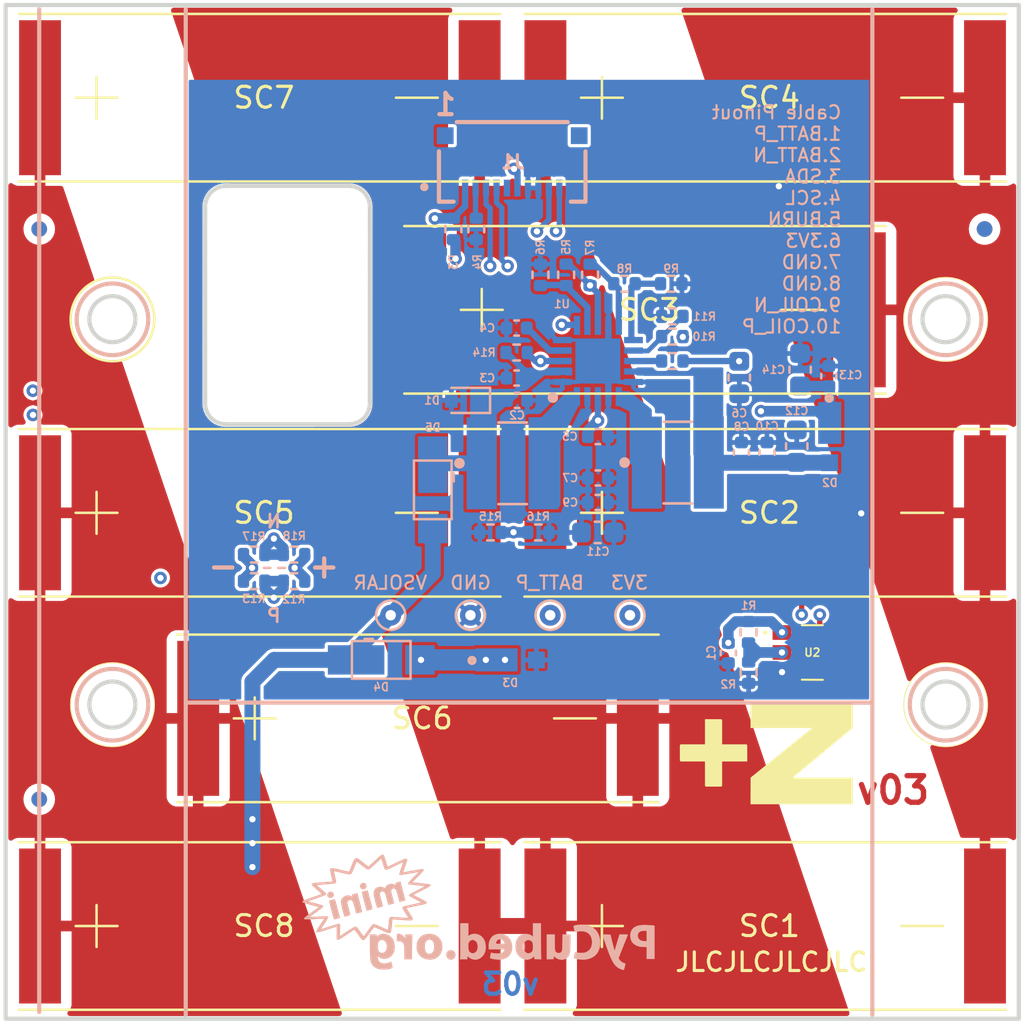
<source format=kicad_pcb>
(kicad_pcb (version 20211014) (generator pcbnew)
  (layers (0 "F.Cu" signal "Top") (1 "In1.Cu" signal) (2 "In2.Cu" signal) (3 "In3.Cu" signal) (4 "In4.Cu" signal) (31 "B.Cu" signal "Bottom") (34 "B.Paste" user) (35 "F.Paste" user) (36 "B.SilkS" user "B.Silkscreen") (37 "F.SilkS" user "F.Silkscreen") (38 "B.Mask" user) (39 "F.Mask" user) (44 "Edge.Cuts" user))
  (net 0 "")
  (net 1 "VSOLAR_FULL")
  (net 2 "+3V3")
  (net 3 "GND")
  (net 4 "SDA1")
  (net 5 "SCL1")
  (net 6 "BURN1")
  (net 7 "BATT_P")
  (net 8 "BATT_N")
  (net 9 "COIL_N")
  (net 10 "/VBAT")
  (net 11 "VOUT_EN")
  (net 12 "VSOLAR")
  (net 13 "VBAT_OK")
  (net 14 "COIL_P")
  (net 15 "Net-(C4-Pad1)")
  (net 16 "Net-(C10-Pad1)")
  (net 17 "Net-(C11-Pad1)")
  (net 18 "Net-(R10-Pad2)")
  (net 19 "Net-(R5-Pad1)")
  (net 20 "Net-(R7-Pad1)")
  (net 21 "Net-(R8-Pad1)")
  (net 22 "Net-(R10-Pad1)")
  (net 23 "Net-(R14-Pad1)")
  (net 24 "/coil")
  (net 25 "Net-(D3-Pad1)")
  (net 26 "Net-(R1-Pad1)")
  (net 28 "Net-(L1-Pad2)")
  (net 29 "Net-(L2-Pad1)")
  (footprint "solarpanels:KXOB25-05X3F" (layer "F.Cu") (at 154.0764 116.541299)
    (fp_text reference "SC1")
    (fp_text value "SolarCell")
  )
  (footprint "solarpanels:KXOB25-05X3F" (layer "F.Cu") (at 154.0764 96.8121)
    (fp_text reference "SC2")
    (fp_text value "SolarCell")
  )
  (footprint "solarpanels:KXOB25-05X3F" (layer "F.Cu") (at 148.336 87.1205)
    (fp_text reference "SC3")
    (fp_text value "SolarCell")
  )
  (footprint "solarpanels:KXOB25-05X3F" (layer "F.Cu") (at 154.0764 76.991283)
    (fp_text reference "SC4")
    (fp_text value "SolarCell")
  )
  (footprint "solarpanels:KXOB25-05X3F" (layer "F.Cu") (at 129.934401 96.8121)
    (fp_text reference "SC5")
    (fp_text value "SolarCell")
  )
  (footprint "solarpanels:KXOB25-05X3F" (layer "F.Cu") (at 137.4902 106.6275)
    (fp_text reference "SC6")
    (fp_text value "SolarCell")
  )
  (footprint "solarpanels:KXOB25-05X3F" (layer "F.Cu") (at 129.934394 76.991296)
    (fp_text reference "SC7")
    (fp_text value "SolarCell")
  )
  (footprint "solarpanels:KXOB25-05X3F" (layer "F.Cu") (at 129.934401 116.541299)
    (fp_text reference "SC8")
    (fp_text value "SolarCell")
  )
  (footprint "Fiducial:Fiducial_0.75mm_Mask1.5mm" (layer "F.Cu") (at 129.8956 83.2612)
    (fp_text reference "REF**" hide)
    (fp_text value "Fiducial_0.75mm_Mask1.5mm")
  )
  (footprint "Fiducial:Fiducial_0.75mm_Mask1.5mm" (layer "F.Cu") (at 129.8956 110.49)
    (fp_text reference "REF**" hide)
    (fp_text value "Fiducial_0.75mm_Mask1.5mm")
  )
  (footprint "Fiducial:Fiducial_0.75mm_Mask1.5mm" (layer "F.Cu") (at 175.0568 83.2612)
    (fp_text reference "REF**" hide)
    (fp_text value "Fiducial_0.75mm_Mask1.5mm")
  )
  (footprint "custom-footprints:ypanel" (layer "F.Cu") (at 165.6588 108.0262)
    (fp_text reference "Ref**" hide)
    (fp_text value "Val**" hide)
  )
  (footprint "solarpanels:TSL2561" (layer "F.Cu") (at 166.8272 103.4796)
    (fp_text reference "U2")
    (fp_text value "TSL2561" hide)
  )
  (footprint "Resistor_SMD:R_0402_1005Metric" (layer "B.Cu") (at 156.21 85.450102 -90)
    (fp_text reference "R7")
    (fp_text value "374K")
  )
  (footprint "Capacitor_SMD:C_0402_1005Metric" (layer "B.Cu") (at 163.441 93.933702 90)
    (fp_text reference "C8")
    (fp_text value "4.7uF")
  )
  (footprint "Resistor_SMD:R_0402_1005Metric" (layer "B.Cu") (at 153.7382 97.748702 180)
    (fp_text reference "R16")
    (fp_text value "0")
  )
  (footprint "Resistor_SMD:R_0402_1005Metric" (layer "B.Cu") (at 152.7017 89.158502 180)
    (fp_text reference "R14")
    (fp_text value "0")
  )
  (footprint "Resistor_SMD:R_0402_1005Metric" (layer "B.Cu") (at 157.853 85.874202 180)
    (fp_text reference "R8")
    (fp_text value "8.25M")
  )
  (footprint "Resistor_SMD:R_0402_1005Metric" (layer "B.Cu") (at 160.139 88.396502)
    (fp_text reference "R10")
    (fp_text value "8.25M")
  )
  (footprint "Capacitor_SMD:C_0402_1005Metric" (layer "B.Cu") (at 167.6146 90.2843 90)
    (fp_text reference "C13")
    (fp_text value "0.1uF")
  )
  (footprint "Resistor_SMD:R_0402_1005Metric" (layer "B.Cu") (at 153.8398 85.450102 -90)
    (fp_text reference "R6")
    (fp_text value "5.62M")
  )
  (footprint "Resistor_SMD:R_0402_1005Metric" (layer "B.Cu") (at 155.067 85.450102 90)
    (fp_text reference "R5")
    (fp_text value "7.32M")
  )
  (footprint "Resistor_SMD:R_0402_1005Metric" (layer "B.Cu") (at 160.0882 85.874202 180)
    (fp_text reference "R9")
    (fp_text value "4.53M")
  )
  (footprint "Resistor_SMD:R_0402_1005Metric" (layer "B.Cu") (at 160.139 87.431302)
    (fp_text reference "R11")
    (fp_text value "4.75M")
  )
  (footprint "Capacitor_SMD:C_0603_1608Metric" (layer "B.Cu") (at 166.0826 93.628902 90)
    (fp_text reference "C12")
    (fp_text value "100uF")
  )
  (footprint "Diode_SMD:D_SOD-523" (layer "B.Cu") (at 150.2838 91.444502 180)
    (fp_text reference "D1")
    (fp_text value "SDM20U40-7")
  )
  (footprint "Capacitor_SMD:C_0603_1608Metric" (layer "B.Cu") (at 166.243 89.9795 90)
    (fp_text reference "C14")
    (fp_text value "100uF")
  )
  (footprint "Capacitor_SMD:C_0402_1005Metric" (layer "B.Cu") (at 156.583 96.3168)
    (fp_text reference "C9")
    (fp_text value "0.1uF")
  )
  (footprint "Capacitor_SMD:C_0603_1608Metric" (layer "B.Cu") (at 163.3394 90.352402 -90)
    (fp_text reference "C6")
    (fp_text value "100uF")
  )
  (footprint "Capacitor_SMD:C_0402_1005Metric" (layer "B.Cu") (at 164.6602 93.933702 90)
    (fp_text reference "C10")
    (fp_text value "0.1uF")
  )
  (footprint "Capacitor_SMD:C_0402_1005Metric" (layer "B.Cu") (at 152.7017 87.990102 180)
    (fp_text reference "C4")
    (fp_text value "10nF")
  )
  (footprint "Capacitor_SMD:C_0603_1608Metric" (layer "B.Cu") (at 156.5752 97.748702)
    (fp_text reference "C11")
    (fp_text value "100uF")
  )
  (footprint "Capacitor_SMD:C_0402_1005Metric" (layer "B.Cu") (at 162.814 103.505 90)
    (fp_text reference "C1")
    (fp_text value "1.0uF")
  )
  (footprint "Capacitor_SMD:C_0402_1005Metric" (layer "B.Cu") (at 152.7222 91.444502)
    (fp_text reference "C2")
    (fp_text value "0.1uF")
  )
  (footprint "Capacitor_SMD:C_0402_1005Metric" (layer "B.Cu") (at 156.583 95.1484)
    (fp_text reference "C7")
    (fp_text value "22uF")
  )
  (footprint "solarpanels:LPS4018" (layer "B.Cu") (at 152.5112 94.446702)
    (fp_text reference "L1" hide)
    (fp_text value "22uH-LPS4018-223MR" hide)
  )
  (footprint "Resistor_SMD:R_0402_1005Metric" (layer "B.Cu") (at 151.4522 97.748702)
    (fp_text reference "R15")
    (fp_text value "0")
  )
  (footprint "Capacitor_SMD:C_0402_1005Metric" (layer "B.Cu") (at 152.7017 90.377702 180)
    (fp_text reference "C3")
    (fp_text value "4.7uF")
  )
  (footprint "solarpanels:LPS4018" (layer "B.Cu") (at 160.40044 94.413682)
    (fp_text reference "L2" hide)
    (fp_text value "10uH-LPS4018-103MR" hide)
  )
  (footprint "Capacitor_SMD:C_0402_1005Metric" (layer "B.Cu") (at 156.583 93.171702)
    (fp_text reference "C5")
    (fp_text value "0.1uF")
  )
  (footprint "Resistor_SMD:R_0402_1005Metric" (layer "B.Cu") (at 140.16355 100.076)
    (fp_text reference "R13")
    (fp_text value "0")
  )
  (footprint "Resistor_SMD:R_0402_1005Metric" (layer "B.Cu") (at 142.06855 100.076)
    (fp_text reference "R12")
    (fp_text value "0")
  )
  (footprint "Resistor_SMD:R_0402_1005Metric" (layer "B.Cu") (at 163.78489 104.4448 90)
    (fp_text reference "R2")
    (fp_text value "0")
  )
  (footprint "Resistor_SMD:R_0402_1005Metric" (layer "B.Cu") (at 150.7744 83.2612 -90)
    (fp_text reference "R4")
    (fp_text value "0")
  )
  (footprint "Resistor_SMD:R_0402_1005Metric" (layer "B.Cu") (at 160.139 89.564902)
    (fp_text reference "R19" hide)
    (fp_text value "0")
  )
  (footprint "solarpanels:MICROSMP" (layer "B.Cu") (at 167.6574 93.171702 -90)
    (fp_text reference "D2")
    (fp_text value "MSS1P4-M3_89A" hide)
  )
  (footprint "Resistor_SMD:R_0402_1005Metric" (layer "B.Cu") (at 149.6822 83.2612 -90)
    (fp_text reference "R3")
    (fp_text value "0")
  )
  (footprint "Fiducial:Fiducial_0.75mm_Mask1.5mm" (layer "B.Cu") (at 175.0568 83.2612)
    (fp_text reference "REF**" hide)
    (fp_text value "Fiducial_0.75mm_Mask1.5mm")
  )
  (footprint "Fiducial:Fiducial_0.75mm_Mask1.5mm" (layer "B.Cu") (at 129.8956 83.2612)
    (fp_text reference "REF**" hide)
    (fp_text value "Fiducial_0.75mm_Mask1.5mm")
  )
  (footprint "Fiducial:Fiducial_0.75mm_Mask1.5mm" (layer "B.Cu") (at 129.8956 110.49)
    (fp_text reference "REF**" hide)
    (fp_text value "Fiducial_0.75mm_Mask1.5mm")
  )
  (footprint "solarpanels:SB Diode" (layer "B.Cu") (at 146.234 103.8352)
    (fp_text reference "D4")
    (fp_text value "SBDiode")
  )
  (footprint "solarpanels:SB Diode" (layer "B.Cu") (at 148.6955 95.716702 -90)
    (fp_text reference "D5")
    (fp_text value "SBDiode")
  )
  (footprint "TestPoint:TestPoint_THTPad_D1.0mm_Drill0.5mm" (layer "B.Cu") (at 150.495 101.7016)
    (fp_text reference "TP2" hide)
    (fp_text value "TP")
  )
  (footprint "TestPoint:TestPoint_THTPad_D1.0mm_Drill0.5mm" (layer "B.Cu") (at 158.115 101.7016)
    (fp_text reference "TP3" hide)
    (fp_text value "TP")
  )
  (footprint "solarpanels:GCT_FFC2B28-10-G" (layer "B.Cu") (at 152.491 80.0554)
    (fp_text reference "J1")
    (fp_text value "FFC2B28-10-G")
  )
  (footprint "Resistor_SMD:R_0402_1005Metric" (layer "B.Cu") (at 163.7792 102.5144 90)
    (fp_text reference "R1")
    (fp_text value "0")
  )
  (footprint "TestPoint:TestPoint_THTPad_D1.0mm_Drill0.5mm" (layer "B.Cu") (at 146.685 101.7016)
    (fp_text reference "TP1" hide)
    (fp_text value "TP")
  )
  (footprint "custom-footprints:pycubed_mini_logo" (layer "B.Cu") (at 144.084009 115.370848 180)
    (fp_text reference "Ref**" hide)
    (fp_text value "Val**" hide)
  )
  (footprint "Resistor_SMD:R_0402_1005Metric" (layer "B.Cu") (at 140.16355 98.806 180)
    (fp_text reference "R17")
    (fp_text value "0")
  )
  (footprint "TestPoint:TestPoint_THTPad_D1.0mm_Drill0.5mm" (layer "B.Cu") (at 154.305 101.7016)
    (fp_text reference "TP4" hide)
    (fp_text value "TP")
  )
  (footprint "Resistor_SMD:R_0402_1005Metric" (layer "B.Cu") (at 142.06855 98.806 180)
    (fp_text reference "R18")
    (fp_text value "0")
  )
  (footprint "solarpanels:MICROSMP" (layer "B.Cu") (at 152.4 103.8352)
    (fp_text reference "D3")
    (fp_text value "MSS1P4-M3_89A" hide)
  )
  (footprint "solarpanels:QFN50P350X350X100-21N-D" (layer "B.Cu") (at 156.583 89.564902)
    (fp_text reference "U1")
    (fp_text value "Value" hide)
  )
  (gr_line (start 140.62075 99.441) (end 140.93825 99.441) (layer "B.SilkS") (width 0.12))
  (gr_line (start 141.63675 99.441) (end 141.31925 99.441) (layer "B.SilkS") (width 0.12))
  (gr_line (start 169.694397 72.771) (end 169.694397 120.777) (layer "B.SilkS") (width 0.2))
  (gr_line (start 129.8944 120.65) (end 129.8944 72.771) (layer "B.SilkS") (width 0.2))
  (gr_line (start 169.672 105.8735) (end 137.0064 105.8735) (layer "B.SilkS") (width 0.2))
  (gr_circle (center 133.394393 105.973499) (end 135.104393 105.973499) (layer "B.SilkS") (width 0.2) (fill none))
  (gr_circle (center 173.19439 105.973499) (end 174.90439 105.973499) (layer "B.SilkS") (width 0.2) (fill none))
  (gr_line (start 136.894411 120.777) (end 136.894411 72.771) (layer "B.SilkS") (width 0.2))
  (gr_circle (center 133.394393 87.573485) (end 135.104393 87.573485) (layer "B.SilkS") (width 0.2) (fill none))
  (gr_circle (center 173.19439 87.573485) (end 174.90439 87.573485) (layer "B.SilkS") (width 0.2) (fill none))
  (gr_circle (center 173.196 87.5755) (end 175.196 87.5755) (layer "F.SilkS") (width 0.05) (fill none))
  (gr_circle (center 173.196 105.9755) (end 175.196 105.9755) (layer "F.SilkS") (width 0.05) (fill none))
  (gr_circle (center 133.396 105.9755) (end 135.396 105.9755) (layer "F.SilkS") (width 0.05) (fill none))
  (gr_circle (center 133.396 87.5755) (end 135.396 87.5755) (layer "F.SilkS") (width 0.12) (fill none))
  (gr_circle (center 133.391 87.5665) (end 132.291 87.5665) (layer "Edge.Cuts") (width 0.2) (fill none))
  (gr_line (start 144.6927 81.2038) (end 138.8221 81.2038) (layer "Edge.Cuts") (width 0.2))
  (gr_line (start 176.691 72.5665) (end 176.691 120.9665) (layer "Edge.Cuts") (width 0.2))
  (gr_line (start 176.691 120.9665) (end 128.291 120.9665) (layer "Edge.Cuts") (width 0.2))
  (gr_circle (center 133.391 105.9665) (end 132.291 105.9665) (layer "Edge.Cuts") (width 0.2) (fill none))
  (gr_line (start 128.291 120.9665) (end 128.291 72.5665) (layer "Edge.Cuts") (width 0.2))
  (gr_line (start 128.291 72.5665) (end 176.691 72.5665) (layer "Edge.Cuts") (width 0.2))
  (gr_line (start 138.8204 92.583) (end 144.691 92.583) (layer "Edge.Cuts") (width 0.2))
  (gr_circle (center 173.191003 105.966489) (end 174.291003 105.966489) (layer "Edge.Cuts") (width 0.2) (fill none))
  (gr_circle (center 173.191 87.5665) (end 172.091 87.5665) (layer "Edge.Cuts") (width 0.2) (fill none))
  (gr_line (start 145.691 91.583) (end 145.6927 82.2038) (layer "Edge.Cuts") (width 0.2))
  (gr_line (start 137.8221 82.2038) (end 137.8204 91.583) (layer "Edge.Cuts") (width 0.2))
  (gr_arc (start 144.6927 81.2038) (mid 145.399807 81.496693) (end 145.6927 82.2038) (layer "Edge.Cuts") (width 0.2))
  (gr_arc (start 138.8204 92.583) (mid 138.113293 92.290107) (end 137.8204 91.583) (layer "Edge.Cuts") (width 0.2))
  (gr_arc (start 145.691 91.583) (mid 145.398107 92.290107) (end 144.691 92.583) (layer "Edge.Cuts") (width 0.2))
  (gr_arc (start 137.8221 82.2038) (mid 138.114993 81.496693) (end 138.8221 81.2038) (layer "Edge.Cuts") (width 0.2))
  (gr_text "v03\n" (at 170.688 110.0582) (layer "F.Cu") (effects (font (size 1.27 1.27) (thickness 0.254))))
  (gr_text "v03\n" (at 152.4 119.3165) (layer "B.Cu") (effects (font (size 1.016 1.016) (thickness 0.2032)) (justify mirror)))
  (gr_text "3V3" (at 159.0294 100.1522) (layer "B.SilkS") (effects (font (size 0.635 0.635) (thickness 0.1016)) (justify left mirror)))
  (gr_text "+" (at 143.51 99.3394) (layer "B.SilkS") (effects (font (size 1.143 1.143) (thickness 0.2032)) (justify mirror)))
  (gr_text "-" (at 138.684 99.3394) (layer "B.SilkS") (effects (font (size 1.143 1.143) (thickness 0.2032)) (justify mirror)))
  (gr_text "GND" (at 151.5364 100.1522) (layer "B.SilkS") (effects (font (size 0.635 0.635) (thickness 0.1016)) (justify left mirror)))
  (gr_text "P" (at 141.097 101.727) (layer "B.SilkS") (effects (font (size 0.635 0.635) (thickness 0.127)) (justify mirror)))
  (gr_text "N" (at 141.097 97.155 180) (layer "B.SilkS") (effects (font (size 0.635 0.635) (thickness 0.127)) (justify mirror)))
  (gr_text "BATT_P" (at 155.9814 100.1522) (layer "B.SilkS") (effects (font (size 0.635 0.635) (thickness 0.1016)) (justify left mirror)))
  (gr_text "Cable Pinout\n1.BATT_P\n2.BATT_N\n3.SDA\n4.SCL\n5.BURN\n6.3V3\n7.GND\n8.GND\n9.COIL_N\n10.COIL_P\n" (at 168.275 82.804) (layer "B.SilkS") (effects (font (size 0.635 0.635) (thickness 0.1016)) (justify left mirror)))
  (gr_text "1" (at 149.3012 77.3176) (layer "B.SilkS") (effects (font (size 1.016 1.016) (thickness 0.2032)) (justify mirror)))
  (gr_text "VSOLAR" (at 148.4884 100.1522) (layer "B.SilkS") (effects (font (size 0.635 0.635) (thickness 0.1016)) (justify left mirror)))
  (gr_text "JLCJLCJLCJLC" (at 164.8714 118.2624) (layer "F.SilkS") (effects (font (size 0.889 0.889))))
  (via (at 140.081 112.5855) (size 0.6) (drill 0.3) (layers "F.Cu" "B.Cu") (net 1))
  (via (at 140.081 113.7285) (size 0.6) (drill 0.3) (layers "F.Cu" "B.Cu") (net 1))
  (via (at 140.081 111.4425) (size 0.6) (drill 0.3) (layers "F.Cu" "B.Cu") (net 1))
  (segment (start 140.081 111.4425) (end 140.081 113.7285) (width 0.762) (layer "B.Cu") (net 1))
  (segment (start 148.6955 97.566702) (end 148.6955 99.6911) (width 0.762) (layer "B.Cu") (net 1))
  (segment (start 141.1224 103.8352) (end 140.081 104.8766) (width 0.762) (layer "B.Cu") (net 1))
  (segment (start 145.034 103.8352) (end 141.1224 103.8352) (width 0.762) (layer "B.Cu") (net 1))
  (segment (start 145.034 103.3526) (end 145.034 103.8352) (width 0.762) (layer "B.Cu") (net 1))
  (segment (start 140.081 104.8766) (end 140.081 111.4425) (width 0.762) (layer "B.Cu") (net 1))
  (segment (start 148.6955 99.6911) (end 145.034 103.3526) (width 0.762) (layer "B.Cu") (net 1))
  (via (at 165.3794 102.5144) (size 0.6) (drill 0.3) (layers "F.Cu" "B.Cu") (net 2))
  (via (at 164.3728 91.960302) (size 0.6) (drill 0.3) (layers "F.Cu" "B.Cu") (net 2))
  (via (at 152.5778 80.391) (size 0.6) (drill 0.3) (layers "F.Cu" "B.Cu") (net 2))
  (via (at 162.814 103.0224) (size 0.6) (drill 0.3) (layers "F.Cu" "B.Cu") (net 2))
  (segment (start 164.3728 91.960302) (end 167.096 91.960302) (width 0.508) (layer "B.Cu") (net 2))
  (segment (start 167.6574 90.8071) (end 167.6146 90.7643) (width 0.508) (layer "B.Cu") (net 2))
  (segment (start 167.6146 90.7643) (end 166.2528 90.7643) (width 0.508) (layer "B.Cu") (net 2))
  (segment (start 167.096 91.960302) (end 167.6574 92.521702) (width 0.508) (layer "B.Cu") (net 2))
  (segment (start 162.814 102.362) (end 163.1716 102.0044) (width 0.508) (layer "B.Cu") (net 2))
  (segment (start 164.8694 102.0044) (end 165.3794 102.5144) (width 0.508) (layer "B.Cu") (net 2))
  (segment (start 152.741 80.5542) (end 152.741 81.3054) (width 0.3048) (layer "B.Cu") (net 2))
  (segment (start 163.7792 102.0044) (end 164.8694 102.0044) (width 0.508) (layer "B.Cu") (net 2))
  (segment (start 152.5778 80.391) (end 152.741 80.5542) (width 0.3048) (layer "B.Cu") (net 2))
  (segment (start 162.814 103.0224) (end 162.814 102.362) (width 0.508) (layer "B.Cu") (net 2))
  (segment (start 167.6574 92.521702) (end 167.6574 90.8071) (width 0.508) (layer "B.Cu") (net 2))
  (segment (start 163.1716 102.0044) (end 163.7792 102.0044) (width 0.508) (layer "B.Cu") (net 2))
  (via (at 165.227 81.2165) (size 0.6) (drill 0.3) (layers "F.Cu" "B.Cu") (net 3))
  (via (at 169.164 96.8375) (size 0.6) (drill 0.3) (layers "F.Cu" "B.Cu") (net 3))
  (via (at 165.3794 104.4194) (size 0.6) (drill 0.3) (layers "F.Cu" "B.Cu") (net 3))
  (segment (start 154.604902 88.564902) (end 154.178 88.138) (width 0.254) (layer "B.Cu") (net 3))
  (segment (start 155.586511 90.561391) (end 156.583 89.564902) (width 0.2032) (layer "B.Cu") (net 3))
  (segment (start 157.579489 90.561391) (end 156.583 89.564902) (width 0.2032) (layer "B.Cu") (net 3))
  (segment (start 158.279489 90.561391) (end 157.579489 90.561391) (width 0.2032) (layer "B.Cu") (net 3))
  (segment (start 154.883 90.564902) (end 154.911911 90.535991) (width 0.3048) (layer "B.Cu") (net 3))
  (segment (start 157.083 87.864902) (end 157.083 89.064902) (width 0.3048) (layer "B.Cu") (net 3))
  (segment (start 154.883 88.564902) (end 155.583 88.564902) (width 0.1524) (layer "B.Cu") (net 3))
  (segment (start 154.886511 90.561391) (end 155.586511 90.561391) (width 0.2032) (layer "B.Cu") (net 3))
  (segment (start 155.583 88.564902) (end 156.583 89.564902) (width 0.1524) (layer "B.Cu") (net 3))
  (segment (start 157.083 91.264902) (end 157.083 90.064902) (width 0.3048) (layer "B.Cu") (net 3))
  (segment (start 166.3192 101.6762) (end 166.3192 100.9904) (width 0.254) (layer "F.Cu") (net 4))
  (segment (start 168.2772 101.4244) (end 168.2772 102.5296) (width 0.254) (layer "F.Cu") (net 4))
  (segment (start 166.3192 100.9904) (end 166.6494 100.6602) (width 0.254) (layer "F.Cu") (net 4))
  (segment (start 166.6494 100.6602) (end 167.513 100.6602) (width 0.254) (layer "F.Cu") (net 4))
  (segment (start 167.513 100.6602) (end 168.2772 101.4244) (width 0.254) (layer "F.Cu") (net 4))
  (via (at 151.4348 85.0265) (size 0.6) (drill 0.3) (layers "F.Cu" "B.Cu") (net 4))
  (via (at 166.3192 101.6762) (size 0.6) (drill 0.3) (layers "F.Cu" "B.Cu") (net 4))
  (segment (start 151.24144 82.076811) (end 151.24144 81.257267) (width 0.254) (layer "B.Cu") (net 4))
  (segment (start 151.4348 85.0265) (end 151.4348 82.270171) (width 0.254) (layer "B.Cu") (net 4))
  (segment (start 151.4348 82.270171) (end 151.24144 82.076811) (width 0.254) (layer "B.Cu") (net 4))
  (segment (start 167.1828 101.6762) (end 167.1828 104.0392) (width 0.254) (layer "F.Cu") (net 5))
  (segment (start 167.5732 104.4296) (end 168.2772 104.4296) (width 0.254) (layer "F.Cu") (net 5))
  (segment (start 167.1828 104.0392) (end 167.5732 104.4296) (width 0.254) (layer "F.Cu") (net 5))
  (via (at 167.1828 101.6762) (size 0.6) (drill 0.3) (layers "F.Cu" "B.Cu") (net 5))
  (via (at 152.273 85.0265) (size 0.6) (drill 0.3) (layers "F.Cu" "B.Cu") (net 5))
  (segment (start 151.74144 82.002753) (end 151.9936 82.254914) (width 0.254) (layer "B.Cu") (net 5))
  (segment (start 151.9936 82.254914) (end 151.9936 84.7471) (width 0.254) (layer "B.Cu") (net 5))
  (segment (start 151.74144 81.257267) (end 151.74144 82.002753) (width 0.254) (layer "B.Cu") (net 5))
  (segment (start 151.9936 84.7471) (end 152.273 85.0265) (width 0.254) (layer "B.Cu") (net 5))
  (via (at 148.7932 82.7532) (size 0.6) (drill 0.3) (layers "F.Cu" "B.Cu") (net 7))
  (segment (start 148.7932 82.7532) (end 148.7952 82.7512) (width 0.508) (layer "B.Cu") (net 7))
  (segment (start 148.7952 82.7512) (end 149.6822 82.7512) (width 0.508) (layer "B.Cu") (net 7))
  (segment (start 149.6568 82.7532) (end 150.24144 82.16856) (width 0.3048) (layer "B.Cu") (net 7))
  (segment (start 150.24144 82.16856) (end 150.24144 81.257267) (width 0.3048) (layer "B.Cu") (net 7))
  (segment (start 150.74144 81.257267) (end 150.74144 82.71824) (width 0.254) (layer "B.Cu") (net 8))
  (segment (start 150.74144 82.71824) (end 150.7744 82.7512) (width 0.254) (layer "B.Cu") (net 8))
  (via (at 153.67 83.3755) (size 0.6) (drill 0.3) (layers "F.Cu" "B.Cu") (net 9))
  (via (at 141.10335 98.044) (size 0.6) (drill 0.3) (layers "F.Cu" "B.Cu") (net 9))
  (segment (start 141.55855 98.806) (end 141.55855 98.4992) (width 0.508) (layer "B.Cu") (net 9))
  (segment (start 140.67355 98.806) (end 140.67355 98.4738) (width 0.508) (layer "B.Cu") (net 9))
  (segment (start 154.24144 82.80406) (end 154.24144 81.257267) (width 0.254) (layer "B.Cu") (net 9))
  (segment (start 141.55855 98.4992) (end 141.10335 98.044) (width 0.508) (layer "B.Cu") (net 9))
  (segment (start 140.67355 98.4738) (end 141.10335 98.044) (width 0.508) (layer "B.Cu") (net 9))
  (segment (start 153.67 83.3755) (end 154.24144 82.80406) (width 0.254) (layer "B.Cu") (net 9))
  (segment (start 140.67355 98.806) (end 141.55855 98.806) (width 0.508) (layer "B.Cu") (net 9))
  (via (at 156.591 92.4052) (size 0.6) (drill 0.3) (layers "F.Cu" "B.Cu") (net 10))
  (via (at 149.787902 84.6836) (size 0.6) (drill 0.3) (layers "F.Cu" "B.Cu") (net 10))
  (segment (start 149.7838 83.8728) (end 149.6822 83.7712) (width 0.508) (layer "B.Cu") (net 10))
  (segment (start 156.103 92.8932) (end 156.103 93.171702) (width 0.508) (layer "B.Cu") (net 10))
  (segment (start 156.583 92.3972) (end 156.583 91.264902) (width 0.29972) (layer "B.Cu") (net 10))
  (segment (start 149.787902 84.6836) (end 149.7838 84.679498) (width 0.508) (layer "B.Cu") (net 10))
  (segment (start 156.591 92.4052) (end 156.103 92.8932) (width 0.508) (layer "B.Cu") (net 10))
  (segment (start 149.7838 84.679498) (end 149.7838 83.8728) (width 0.508) (layer "B.Cu") (net 10))
  (segment (start 156.591 92.4052) (end 156.583 92.3972) (width 0.29972) (layer "B.Cu") (net 10))
  (via (at 154.8558 87.837702) (size 0.6) (drill 0.3) (layers "F.Cu" "B.Cu") (net 11))
  (via (at 163.3314 89.572702) (size 0.6) (drill 0.3) (layers "F.Cu" "B.Cu") (net 11))
  (segment (start 154.8558 87.837702) (end 155.5558 87.837702) (width 0.3048) (layer "B.Cu") (net 11))
  (segment (start 155.5558 87.837702) (end 155.583 87.864902) (width 0.3048) (layer "B.Cu") (net 11))
  (segment (start 163.3236 89.564902) (end 160.624 89.564902) (width 0.3048) (layer "B.Cu") (net 11))
  (segment (start 153.1867 90.128502) (end 153.1867 90.382702) (width 0.29972) (layer "B.Cu") (net 12))
  (segment (start 152.2167 89.158502) (end 153.1867 90.128502) (width 0.29972) (layer "B.Cu") (net 12))
  (segment (start 151.03165 94.446702) (end 148.7655 94.446702) (width 0.762) (layer "B.Cu") (net 12))
  (segment (start 158.283 89.564902) (end 159.654 89.564902) (width 0.3048) (layer "B.Cu") (net 13))
  (via (at 141.10335 100.8634) (size 0.6) (drill 0.3) (layers "F.Cu" "B.Cu") (net 14))
  (via (at 154.5844 83.3628) (size 0.6) (drill 0.3) (layers "F.Cu" "B.Cu") (net 14))
  (segment (start 154.74144 83.20576) (end 154.74144 81.257267) (width 0.254) (layer "B.Cu") (net 14))
  (segment (start 140.67355 100.076) (end 140.67355 100.4336) (width 0.508) (layer "B.Cu") (net 14))
  (segment (start 141.55855 100.076) (end 141.55855 100.4082) (width 0.508) (layer "B.Cu") (net 14))
  (segment (start 154.5844 83.3628) (end 154.74144 83.20576) (width 0.254) (layer "B.Cu") (net 14))
  (segment (start 140.67355 100.4336) (end 141.10335 100.8634) (width 0.508) (layer "B.Cu") (net 14))
  (segment (start 140.67355 100.076) (end 141.55855 100.076) (width 0.508) (layer "B.Cu") (net 14))
  (segment (start 141.55855 100.4082) (end 141.10335 100.8634) (width 0.508) (layer "B.Cu") (net 14))
  (segment (start 154.883 89.064902) (end 154.2819 89.064902) (width 0.3048) (layer "B.Cu") (net 15))
  (segment (start 154.2819 89.064902) (end 153.1867 87.969702) (width 0.3048) (layer "B.Cu") (net 15))
  (segment (start 167.6574 94.421702) (end 161.88801 94.421702) (width 0.762) (layer "B.Cu") (net 16))
  (via (at 156.21 85.9536) (size 0.6) (drill 0.3) (layers "F.Cu" "B.Cu") (net 18))
  (via (at 160.639 88.416602) (size 0.6) (drill 0.3) (layers "F.Cu" "B.Cu") (net 18))
  (segment (start 156.21 85.9536) (end 155.201102 84.944702) (width 0.29972) (layer "B.Cu") (net 18))
  (segment (start 156.583 86.3266) (end 156.583 87.864902) (width 0.29972) (layer "B.Cu") (net 18))
  (segment (start 156.21 85.9536) (end 156.583 86.3266) (width 0.29972) (layer "B.Cu") (net 18))
  (segment (start 156.083 86.995) (end 155.023102 85.935102) (width 0.29972) (layer "B.Cu") (net 19))
  (segment (start 156.083 87.868998) (end 156.083 86.995) (width 0.29972) (layer "B.Cu") (net 19))
  (segment (start 155.023102 85.935102) (end 153.8398 85.935102) (width 0.29972) (layer "B.Cu") (net 19))
  (segment (start 157.583 86.114202) (end 156.4089 84.940102) (width 0.29972) (layer "B.Cu") (net 20))
  (segment (start 156.4089 84.940102) (end 156.21 84.940102) (width 0.29972) (layer "B.Cu") (net 20))
  (segment (start 157.583 87.864902) (end 157.583 86.114202) (width 0.29972) (layer "B.Cu") (net 20))
  (segment (start 158.181479 86.022923) (end 158.3302 85.874202) (width 0.29972) (layer "B.Cu") (net 21))
  (segment (start 158.283 88.564902) (end 158.181479 88.463381) (width 0.29972) (layer "B.Cu") (net 21))
  (segment (start 158.181479 88.463381) (end 158.181479 86.022923) (width 0.29972) (layer "B.Cu") (net 21))
  (segment (start 158.3302 85.874202) (end 159.6032 85.874202) (width 0.29972) (layer "B.Cu") (net 21))
  (segment (start 160.6162 87.444202) (end 159.6462 88.414202) (width 0.2286) (layer "B.Cu") (net 22))
  (segment (start 158.976044 89.084358) (end 159.6462 88.414202) (width 0.2286) (layer "B.Cu") (net 22))
  (segment (start 158.29836 89.084358) (end 158.976044 89.084358) (width 0.2286) (layer "B.Cu") (net 22))
  (via (at 153.8398 89.564902) (size 0.6) (drill 0.3) (layers "F.Cu" "B.Cu") (net 23))
  (via (at 152.5524 97.7392) (size 0.6) (drill 0.3) (layers "F.Cu" "B.Cu") (net 23))
  (segment (start 154.883 89.564902) (end 153.8398 89.564902) (width 0.3048) (layer "B.Cu") (net 23))
  (segment (start 153.8398 89.564902) (end 153.5931 89.564902) (width 0.3048) (layer "B.Cu") (net 23))
  (segment (start 153.5931 89.564902) (end 153.1867 89.158502) (width 0.3048) (layer "B.Cu") (net 23))
  (segment (start 152.5524 97.7392) (end 152.561902 97.748702) (width 0.508) (layer "B.Cu") (net 23))
  (segment (start 152.561902 97.748702) (end 153.2282 97.748702) (width 0.508) (layer "B.Cu") (net 23))
  (segment (start 151.9622 97.748702) (end 152.542898 97.748702) (width 0.508) (layer "B.Cu") (net 23))
  (segment (start 152.542898 97.748702) (end 152.5524 97.7392) (width 0.508) (layer "B.Cu") (net 23))
  (via (at 129.5908 90.9828) (size 0.6) (drill 0.3) (layers "F.Cu" "B.Cu") (net 24))
  (via (at 129.59649 92.1385) (size 0.6) (drill 0.3) (layers "F.Cu" "B.Cu") (net 24))
  (via (at 135.6868 99.9236) (size 0.6) (drill 0.3) (layers "F.Cu" "B.Cu") (net 24))
  (via (at 140.06195 99.441) (size 0.6) (drill 0.3) (layers "F.Cu" "B.Cu") (net 24))
  (via (at 142.09395 99.441) (size 0.6) (drill 0.3) (layers "F.Cu" "B.Cu") (net 24))
  (segment (start 140.06195 99.300231) (end 139.65355 98.891831) (width 0.508) (layer "B.Cu") (net 24))
  (segment (start 142.09395 99.441) (end 142.57855 98.9564) (width 0.508) (layer "B.Cu") (net 24))
  (segment (start 140.06195 99.441) (end 140.06195 99.581769) (width 0.508) (layer "B.Cu") (net 24))
  (segment (start 140.06195 99.441) (end 140.06195 99.300231) (width 0.508) (layer "B.Cu") (net 24))
  (segment (start 142.09395 99.441) (end 142.57855 99.9256) (width 0.508) (layer "B.Cu") (net 24))
  (segment (start 140.06195 99.581769) (end 139.65355 99.990169) (width 0.508) (layer "B.Cu") (net 24))
  (segment (start 142.57855 98.9564) (end 142.57855 98.806) (width 0.508) (layer "B.Cu") (net 24))
  (segment (start 142.595698 100.007569) (end 142.595698 100.0934) (width 0.508) (layer "B.Cu") (net 24))
  (segment (start 142.57855 99.9256) (end 142.57855 100.076) (width 0.508) (layer "B.Cu") (net 24))
  (segment (start 142.595698 98.909231) (end 142.595698 98.8234) (width 0.508) (layer "B.Cu") (net 24))
  (segment (start 150.934401 116.541299) (end 154.0764 116.541299) (width 0.762) (layer "F.Cu") (net 25))
  (segment (start 150.934401 96.8121) (end 154.0764 96.8121) (width 0.762) (layer "F.Cu") (net 25))
  (segment (start 150.934394 76.991296) (end 154.076387 76.991296) (width 0.762) (layer "F.Cu") (net 25))
  (segment (start 154.076387 76.991296) (end 154.0764 76.991283) (width 0.762) (layer "F.Cu") (net 25))
  (via (at 151.2316 103.8352) (size 0.6) (drill 0.3) (layers "F.Cu" "B.Cu") (net 25))
  (via (at 148.1328 103.8352) (size 0.6) (drill 0.3) (layers "F.Cu" "B.Cu") (net 25))
  (via (at 152.146 103.8352) (size 0.6) (drill 0.3) (layers "F.Cu" "B.Cu") (net 25))
  (segment (start 148.1328 103.8352) (end 152.146 103.8352) (width 1.016) (layer "B.Cu") (net 25))
  (via (at 165.3772 103.4796) (size 0.6) (drill 0.3) (layers "F.Cu" "B.Cu") (net 26))
  (segment (start 163.78489 103.03009) (end 163.7792 103.0244) (width 0.508) (layer "B.Cu") (net 26))
  (segment (start 164.24009 103.4796) (end 165.3772 103.4796) (width 0.508) (layer "B.Cu") (net 26))
  (segment (start 163.78489 103.9348) (end 163.78489 103.03009) (width 0.508) (layer "B.Cu") (net 26))
  (segment (start 164.2344 103.4796) (end 165.3772 103.4796) (width 0.508) (layer "B.Cu") (net 26))
  (segment (start 163.78489 103.9348) (end 164.24009 103.4796) (width 0.508) (layer "B.Cu") (net 26))
  (segment (start 163.7792 103.0244) (end 164.2344 103.4796) (width 0.508) (layer "B.Cu") (net 26))
  (zone (net 3) (net_name "GND") (layer "F.Cu") (connect_pads (clearance 0.127)) (min_thickness 0.254) (fill yes (thermal_gap 0.508) (thermal_bridge_width 0.508))
    (polygon (pts (xy 176.911 121.2215) (xy 160.401 72.3265) (xy 176.911 72.3265)))
  )
  (zone (net 1) (net_name "VSOLAR_FULL") (layer "F.Cu") (connect_pads (clearance 0.127)) (min_thickness 0.254) (fill yes (thermal_gap 0.508) (thermal_bridge_width 0.508))
    (polygon (pts (xy 128.021788 72.3265) (xy 144.531788 121.2215) (xy 128.021788 121.2215)))
  )
  (zone (net 0) (net_name "") (layers F&B.Cu) (connect_pads (clearance 0)) (min_thickness 0.254)
    (keepout (tracks not_allowed) (vias not_allowed) (pads not_allowed) (copperpour not_allowed) (footprints not_allowed))
    (fill (thermal_gap 0.508) (thermal_bridge_width 0.508))
    (polygon (pts (xy 135.401109 87.5755) (xy 135.381105 87.292978) (xy 135.321494 87.016092) (xy 135.223463 86.750369) (xy 135.08897 86.501109) (xy 134.920697 86.273286) (xy 134.722002 86.071446) (xy 134.496851 85.899615) (xy 134.249734 85.761223) (xy 133.985583 85.659031) (xy 133.709668 85.595077) (xy 133.427495 85.570638) (xy 133.144693 85.586202) (xy 132.866906 85.641457) (xy 132.599675 85.735302) (xy 132.348333 85.865864) (xy 132.117895 86.030537) (xy 131.912959 86.226037) (xy 131.737613 86.448462) (xy 131.595357 86.693374) (xy 131.489028 86.955887) (xy 131.420748 87.230763) (xy 131.39188 87.512518) (xy 131.403 87.795529) (xy 131.453885 88.07415) (xy 131.543521 88.342822) (xy 131.670118 88.596184) (xy 131.831152 88.82918) (xy 132.023408 89.037162) (xy 132.243052 89.215979) (xy 132.4857 89.362065) (xy 132.74651 89.472504) (xy 133.02028 89.545093) (xy 133.301546 89.578383) (xy 133.584697 89.57171) (xy 133.864083 89.525208) (xy 134.13413 89.439803) (xy 134.389449 89.317201) (xy 134.624945 89.159847) (xy 134.835922 88.970881) (xy 135.018167 88.754073) (xy 135.168046 88.51375) (xy 135.282568 88.254706) (xy 135.359448 87.982111) (xy 135.397152 87.701402)))
  )
  (zone (net 0) (net_name "") (layers F&B.Cu) (connect_pads (clearance 0)) (min_thickness 0.254)
    (keepout (tracks not_allowed) (vias not_allowed) (pads not_allowed) (copperpour not_allowed) (footprints not_allowed))
    (fill (thermal_gap 0.508) (thermal_bridge_width 0.508))
    (polygon (pts (xy 135.401109 105.9755) (xy 135.381105 105.692978) (xy 135.321494 105.416092) (xy 135.223463 105.150369) (xy 135.08897 104.901109) (xy 134.920697 104.673286) (xy 134.722002 104.471446) (xy 134.496851 104.299615) (xy 134.249734 104.161223) (xy 133.985583 104.059031) (xy 133.709668 103.995077) (xy 133.427495 103.970638) (xy 133.144693 103.986202) (xy 132.866906 104.041457) (xy 132.599675 104.135302) (xy 132.348333 104.265864) (xy 132.117895 104.430537) (xy 131.912959 104.626037) (xy 131.737613 104.848462) (xy 131.595357 105.093374) (xy 131.489028 105.355887) (xy 131.420748 105.630763) (xy 131.39188 105.912518) (xy 131.403 106.195529) (xy 131.453885 106.47415) (xy 131.543521 106.742822) (xy 131.670118 106.996184) (xy 131.831152 107.22918) (xy 132.023408 107.437162) (xy 132.243052 107.615979) (xy 132.4857 107.762065) (xy 132.74651 107.872504) (xy 133.02028 107.945093) (xy 133.301546 107.978383) (xy 133.584697 107.97171) (xy 133.864083 107.925208) (xy 134.13413 107.839803) (xy 134.389449 107.717201) (xy 134.624945 107.559847) (xy 134.835922 107.370881) (xy 135.018167 107.154073) (xy 135.168046 106.91375) (xy 135.282568 106.654706) (xy 135.359448 106.382111) (xy 135.397152 106.101402)))
  )
  (zone (net 0) (net_name "") (layers F&B.Cu) (connect_pads (clearance 0)) (min_thickness 0.254)
    (keepout (tracks not_allowed) (vias not_allowed) (pads not_allowed) (copperpour not_allowed) (footprints not_allowed))
    (fill (thermal_gap 0.508) (thermal_bridge_width 0.508))
    (polygon (pts (xy 175.201109 87.5755) (xy 175.181105 87.292978) (xy 175.121494 87.016092) (xy 175.023463 86.750369) (xy 174.88897 86.501109) (xy 174.720697 86.273286) (xy 174.522002 86.071446) (xy 174.296851 85.899615) (xy 174.049734 85.761223) (xy 173.785583 85.659031) (xy 173.509668 85.595077) (xy 173.227495 85.570638) (xy 172.944693 85.586202) (xy 172.666906 85.641457) (xy 172.399675 85.735302) (xy 172.148333 85.865864) (xy 171.917895 86.030537) (xy 171.712959 86.226037) (xy 171.537613 86.448462) (xy 171.395357 86.693374) (xy 171.289028 86.955887) (xy 171.220748 87.230763) (xy 171.19188 87.512518) (xy 171.203 87.795529) (xy 171.253885 88.07415) (xy 171.343521 88.342822) (xy 171.470118 88.596184) (xy 171.631152 88.82918) (xy 171.823408 89.037162) (xy 172.043052 89.215979) (xy 172.2857 89.362065) (xy 172.54651 89.472504) (xy 172.82028 89.545093) (xy 173.101546 89.578383) (xy 173.384697 89.57171) (xy 173.664083 89.525208) (xy 173.93413 89.439803) (xy 174.189449 89.317201) (xy 174.424945 89.159847) (xy 174.635922 88.970881) (xy 174.818167 88.754073) (xy 174.968046 88.51375) (xy 175.082568 88.254706) (xy 175.159448 87.982111) (xy 175.197152 87.701402)))
  )
  (zone (net 0) (net_name "") (layers F&B.Cu) (connect_pads (clearance 0)) (min_thickness 0.254)
    (keepout (tracks not_allowed) (vias not_allowed) (pads not_allowed) (copperpour not_allowed) (footprints not_allowed))
    (fill (thermal_gap 0.508) (thermal_bridge_width 0.508))
    (polygon (pts (xy 175.201109 105.9755) (xy 175.181105 105.692978) (xy 175.121494 105.416092) (xy 175.023463 105.150369) (xy 174.88897 104.901109) (xy 174.720697 104.673286) (xy 174.522002 104.471446) (xy 174.296851 104.299615) (xy 174.049734 104.161223) (xy 173.785583 104.059031) (xy 173.509668 103.995077) (xy 173.227495 103.970638) (xy 172.944693 103.986202) (xy 172.666906 104.041457) (xy 172.399675 104.135302) (xy 172.148333 104.265864) (xy 171.917895 104.430537) (xy 171.712959 104.626037) (xy 171.537613 104.848462) (xy 171.395357 105.093374) (xy 171.289028 105.355887) (xy 171.220748 105.630763) (xy 171.19188 105.912518) (xy 171.203 106.195529) (xy 171.253885 106.47415) (xy 171.343521 106.742822) (xy 171.470118 106.996184) (xy 171.631152 107.22918) (xy 171.823408 107.437162) (xy 172.043052 107.615979) (xy 172.2857 107.762065) (xy 172.54651 107.872504) (xy 172.82028 107.945093) (xy 173.101546 107.978383) (xy 173.384697 107.97171) (xy 173.664083 107.925208) (xy 173.93413 107.839803) (xy 174.189449 107.717201) (xy 174.424945 107.559847) (xy 174.635922 107.370881) (xy 174.818167 107.154073) (xy 174.968046 106.91375) (xy 175.082568 106.654706) (xy 175.159448 106.382111) (xy 175.197152 106.101402)))
  )
  (zone (net 25) (net_name "Net-(D3-Pad1)") (layer "F.Cu") (connect_pads (clearance 0.127)) (min_thickness 0.254) (fill yes (thermal_gap 0.508) (thermal_bridge_width 0.508))
    (polygon (pts (xy 168.783 121.2215) (xy 152.527 121.2215) (xy 136.017 72.3265) (xy 152.273 72.3265)))
  )
  (zone (net 3) (net_name "GND") (layer "B.Cu") (connect_pads (clearance 0.127)) (min_thickness 0.127) (fill yes (thermal_gap 0.127) (thermal_bridge_width 0.2286))
    (polygon (pts (xy 169.545 76.1365) (xy 169.545 105.7275) (xy 137.033 105.7275) (xy 137.033 76.1365)))
  )
  (zone (net 28) (net_name "Net-(L1-Pad2)") (layer "B.Cu") (priority 6) (connect_pads yes (clearance 0.000001)) (min_thickness 0.2032) (fill yes (thermal_gap 0.508) (thermal_bridge_width 0.508))
    (polygon (pts (xy 155.65316 91.017702) (xy 155.65316 91.717958) (xy 154.7972 93.430702) (xy 154.7972 96.542202) (xy 153.5272 96.542202) (xy 153.8447 92.287702) (xy 155.1147 91.017702)))
  )
  (zone (net 29) (net_name "Net-(L2-Pad1)") (layer "B.Cu") (priority 4) (connect_pads yes (clearance 0.000001)) (min_thickness 0.2032) (fill yes (thermal_gap 0.508) (thermal_bridge_width 0.508))
    (polygon (pts (xy 158.0992 91.006758) (xy 157.58356 91.006758) (xy 157.58356 91.717958) (xy 158.0992 91.970202) (xy 158.0992 94.510202) (xy 159.15836 94.510202) (xy 159.15836 91.86948)))
  )
  (zone (net 16) (net_name "Net-(C10-Pad1)") (layer "B.Cu") (priority 6) (connect_pads yes (clearance 0.127)) (min_thickness 0.127) (fill yes (thermal_gap 0.127) (thermal_bridge_width 0.2286))
    (polygon (pts (xy 161.14212 94.091102) (xy 161.14212 92.224202) (xy 161.1472 92.224202) (xy 161.1472 90.276102) (xy 158.4118 90.276102) (xy 158.4118 89.823902) (xy 162.5774 89.818902) (xy 162.5696 94.091102)))
  )
  (zone (net 17) (net_name "Net-(C11-Pad1)") (layer "B.Cu") (priority 4) (connect_pads (clearance 0.127)) (min_thickness 0.127) (fill yes (thermal_gap 0.127) (thermal_bridge_width 0.2286))
    (polygon (pts (xy 156.3212 92.937158) (xy 156.3212 98.383702) (xy 152.7652 98.383702) (xy 152.7652 97.509158) (xy 153.62498 96.796202) (xy 154.84036 96.796202) (xy 154.84036 93.241958) (xy 155.9734 90.987302) (xy 156.3212 90.987302)))
  )
  (zone (net 12) (net_name "VSOLAR") (layer "B.Cu") (priority 4) (connect_pads yes (clearance 0.127)) (min_thickness 0.127) (fill yes (thermal_gap 0.127) (thermal_bridge_width 0.2286))
    (polygon (pts (xy 155.4322 90.255702) (xy 154.0352 90.255702) (xy 151.7492 92.097202) (xy 151.7492 96.351702) (xy 150.4792 96.351702) (xy 150.4792 91.081202) (xy 150.4792 90.890702) (xy 152.6382 90.890702) (xy 152.6382 89.874702) (xy 155.4322 89.874702)))
  )
)
</source>
